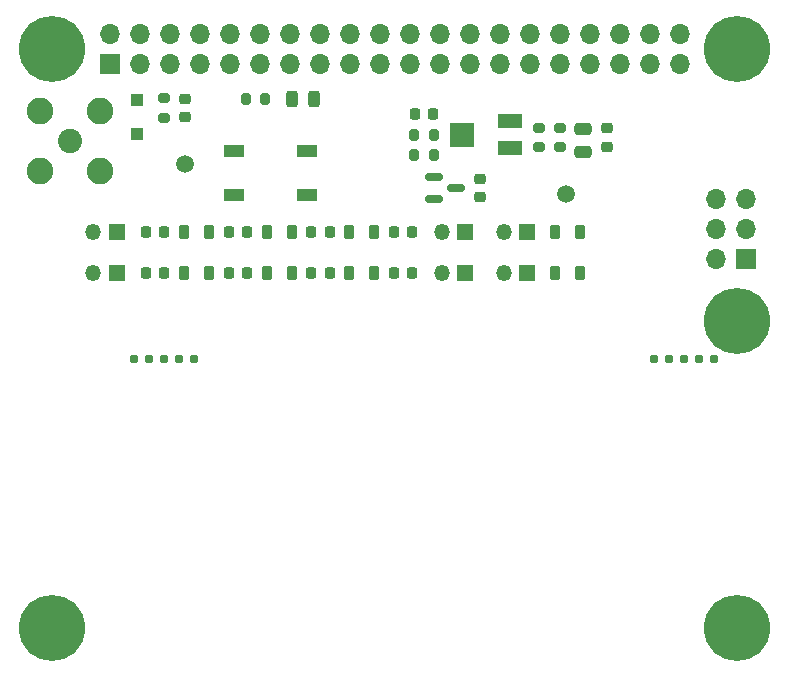
<source format=gbr>
%TF.GenerationSoftware,KiCad,Pcbnew,7.0.9*%
%TF.CreationDate,2024-04-30T18:34:20-07:00*%
%TF.ProjectId,WSPRzero,57535052-7a65-4726-9f2e-6b696361645f,rev?*%
%TF.SameCoordinates,Original*%
%TF.FileFunction,Soldermask,Top*%
%TF.FilePolarity,Negative*%
%FSLAX46Y46*%
G04 Gerber Fmt 4.6, Leading zero omitted, Abs format (unit mm)*
G04 Created by KiCad (PCBNEW 7.0.9) date 2024-04-30 18:34:20*
%MOMM*%
%LPD*%
G01*
G04 APERTURE LIST*
G04 Aperture macros list*
%AMRoundRect*
0 Rectangle with rounded corners*
0 $1 Rounding radius*
0 $2 $3 $4 $5 $6 $7 $8 $9 X,Y pos of 4 corners*
0 Add a 4 corners polygon primitive as box body*
4,1,4,$2,$3,$4,$5,$6,$7,$8,$9,$2,$3,0*
0 Add four circle primitives for the rounded corners*
1,1,$1+$1,$2,$3*
1,1,$1+$1,$4,$5*
1,1,$1+$1,$6,$7*
1,1,$1+$1,$8,$9*
0 Add four rect primitives between the rounded corners*
20,1,$1+$1,$2,$3,$4,$5,0*
20,1,$1+$1,$4,$5,$6,$7,0*
20,1,$1+$1,$6,$7,$8,$9,0*
20,1,$1+$1,$8,$9,$2,$3,0*%
G04 Aperture macros list end*
%ADD10C,5.600000*%
%ADD11RoundRect,0.218750X0.218750X0.381250X-0.218750X0.381250X-0.218750X-0.381250X0.218750X-0.381250X0*%
%ADD12RoundRect,0.200000X0.275000X-0.200000X0.275000X0.200000X-0.275000X0.200000X-0.275000X-0.200000X0*%
%ADD13R,1.350000X1.350000*%
%ADD14O,1.350000X1.350000*%
%ADD15RoundRect,0.225000X-0.250000X0.225000X-0.250000X-0.225000X0.250000X-0.225000X0.250000X0.225000X0*%
%ADD16C,0.787400*%
%ADD17RoundRect,0.225000X0.225000X0.250000X-0.225000X0.250000X-0.225000X-0.250000X0.225000X-0.250000X0*%
%ADD18RoundRect,0.200000X-0.200000X-0.275000X0.200000X-0.275000X0.200000X0.275000X-0.200000X0.275000X0*%
%ADD19C,1.500000*%
%ADD20C,2.050000*%
%ADD21C,2.250000*%
%ADD22RoundRect,0.200000X-0.275000X0.200000X-0.275000X-0.200000X0.275000X-0.200000X0.275000X0.200000X0*%
%ADD23RoundRect,0.225000X0.250000X-0.225000X0.250000X0.225000X-0.250000X0.225000X-0.250000X-0.225000X0*%
%ADD24RoundRect,0.150000X-0.587500X-0.150000X0.587500X-0.150000X0.587500X0.150000X-0.587500X0.150000X0*%
%ADD25R,1.100000X1.100000*%
%ADD26R,2.000000X1.300000*%
%ADD27R,2.000000X2.000000*%
%ADD28RoundRect,0.243750X0.243750X0.456250X-0.243750X0.456250X-0.243750X-0.456250X0.243750X-0.456250X0*%
%ADD29RoundRect,0.200000X0.200000X0.275000X-0.200000X0.275000X-0.200000X-0.275000X0.200000X-0.275000X0*%
%ADD30R,1.700000X1.700000*%
%ADD31O,1.700000X1.700000*%
%ADD32RoundRect,0.250000X-0.475000X0.250000X-0.475000X-0.250000X0.475000X-0.250000X0.475000X0.250000X0*%
%ADD33R,1.800000X1.100000*%
G04 APERTURE END LIST*
D10*
%TO.C,H3*%
X111500000Y-76500000D03*
%TD*%
D11*
%TO.C,L12*%
X73812500Y-72500000D03*
X71687500Y-72500000D03*
%TD*%
D12*
%TO.C,R2*%
X94750000Y-61825000D03*
X94750000Y-60175000D03*
%TD*%
D13*
%TO.C,J4*%
X93750000Y-69000000D03*
D14*
X91750000Y-69000000D03*
%TD*%
D15*
%TO.C,C1*%
X100500000Y-60225000D03*
X100500000Y-61775000D03*
%TD*%
D11*
%TO.C,L16*%
X66812500Y-69000000D03*
X64687500Y-69000000D03*
%TD*%
D16*
%TO.C,H6*%
X104460000Y-79746000D03*
X105730000Y-79746000D03*
X107000000Y-79746000D03*
X108270000Y-79746000D03*
X109540000Y-79746000D03*
%TD*%
D15*
%TO.C,C7*%
X89750000Y-64475000D03*
X89750000Y-66025000D03*
%TD*%
D13*
%TO.C,J9*%
X59000000Y-69000000D03*
D14*
X57000000Y-69000000D03*
%TD*%
D16*
%TO.C,H7*%
X60460000Y-79746000D03*
X61730000Y-79746000D03*
X63000000Y-79746000D03*
X64270000Y-79746000D03*
X65540000Y-79746000D03*
%TD*%
D17*
%TO.C,C14*%
X84025000Y-72500000D03*
X82475000Y-72500000D03*
%TD*%
D18*
%TO.C,R6*%
X84175000Y-62500000D03*
X85825000Y-62500000D03*
%TD*%
D13*
%TO.C,J1*%
X93750000Y-72500000D03*
D14*
X91750000Y-72500000D03*
%TD*%
D13*
%TO.C,J7*%
X88500000Y-69000000D03*
D14*
X86500000Y-69000000D03*
%TD*%
D11*
%TO.C,L14*%
X80812500Y-69000000D03*
X78687500Y-69000000D03*
%TD*%
D17*
%TO.C,C20*%
X70025000Y-69000000D03*
X68475000Y-69000000D03*
%TD*%
D19*
%TO.C,TP1*%
X97000000Y-65750000D03*
%TD*%
D20*
%TO.C,J3*%
X55000000Y-61250000D03*
D21*
X57540000Y-58710000D03*
X52460000Y-58710000D03*
X57540000Y-63790000D03*
X52460000Y-63790000D03*
%TD*%
D10*
%TO.C,H2*%
X111500000Y-53500000D03*
%TD*%
D22*
%TO.C,R1*%
X96500000Y-60175000D03*
X96500000Y-61825000D03*
%TD*%
D10*
%TO.C,H1*%
X53500000Y-53500000D03*
%TD*%
D23*
%TO.C,C13*%
X64750000Y-57725000D03*
X64750000Y-59275000D03*
%TD*%
D24*
%TO.C,Q1*%
X85812500Y-64300000D03*
X85812500Y-66200000D03*
X87687500Y-65250000D03*
%TD*%
D11*
%TO.C,L11*%
X80812500Y-72500000D03*
X78687500Y-72500000D03*
%TD*%
D10*
%TO.C,H5*%
X53500000Y-102500000D03*
%TD*%
D11*
%TO.C,L13*%
X66812500Y-72500000D03*
X64687500Y-72500000D03*
%TD*%
D10*
%TO.C,H4*%
X111500000Y-102500000D03*
%TD*%
D25*
%TO.C,D1*%
X60750000Y-57850000D03*
X60750000Y-60650000D03*
%TD*%
D17*
%TO.C,C8*%
X85775000Y-59000000D03*
X84225000Y-59000000D03*
%TD*%
D22*
%TO.C,R7*%
X63000000Y-57675000D03*
X63000000Y-59325000D03*
%TD*%
D26*
%TO.C,R3*%
X92250000Y-61900000D03*
D27*
X88250000Y-60750000D03*
D26*
X92250000Y-59600000D03*
%TD*%
D13*
%TO.C,J5*%
X88500000Y-72500000D03*
D14*
X86500000Y-72500000D03*
%TD*%
D19*
%TO.C,TP3*%
X64750000Y-63250000D03*
%TD*%
D17*
%TO.C,C21*%
X63025000Y-68999999D03*
X61475000Y-68999999D03*
%TD*%
D28*
%TO.C,LED1*%
X75687500Y-57750000D03*
X73812500Y-57750000D03*
%TD*%
D29*
%TO.C,R5*%
X85825000Y-60750000D03*
X84175000Y-60750000D03*
%TD*%
D11*
%TO.C,L2*%
X98250000Y-72500000D03*
X96125000Y-72500000D03*
%TD*%
D29*
%TO.C,R4*%
X71575000Y-57750000D03*
X69925000Y-57750000D03*
%TD*%
D17*
%TO.C,C17*%
X63025000Y-72500000D03*
X61475000Y-72500000D03*
%TD*%
D30*
%TO.C,J6*%
X112275000Y-71275000D03*
D31*
X109735000Y-71275000D03*
X112275000Y-68735000D03*
X109735000Y-68735000D03*
X112275000Y-66195000D03*
X109735000Y-66195000D03*
%TD*%
D32*
%TO.C,C2*%
X98500000Y-60300000D03*
X98500000Y-62200000D03*
%TD*%
D17*
%TO.C,C18*%
X84025000Y-69000000D03*
X82475000Y-69000000D03*
%TD*%
D33*
%TO.C,SW1*%
X68900000Y-62150000D03*
X75100000Y-62150000D03*
X68900000Y-65850000D03*
X75100000Y-65850000D03*
%TD*%
D11*
%TO.C,L3*%
X98250000Y-69000000D03*
X96125000Y-69000000D03*
%TD*%
%TO.C,L15*%
X73812500Y-69000000D03*
X71687500Y-69000000D03*
%TD*%
D13*
%TO.C,J8*%
X59000000Y-72500000D03*
D14*
X57000000Y-72500000D03*
%TD*%
D17*
%TO.C,C19*%
X77025000Y-68999999D03*
X75475000Y-68999999D03*
%TD*%
%TO.C,C15*%
X77025000Y-72500000D03*
X75475000Y-72500000D03*
%TD*%
%TO.C,C16*%
X70025000Y-72500000D03*
X68475000Y-72500000D03*
%TD*%
D30*
%TO.C,J2*%
X58400000Y-54790000D03*
D31*
X58400000Y-52250000D03*
X60940000Y-54790000D03*
X60940000Y-52250000D03*
X63480000Y-54790000D03*
X63480000Y-52250000D03*
X66020000Y-54790000D03*
X66020000Y-52250000D03*
X68560000Y-54790000D03*
X68560000Y-52250000D03*
X71100000Y-54790000D03*
X71100000Y-52250000D03*
X73640000Y-54790000D03*
X73640000Y-52250000D03*
X76180000Y-54790000D03*
X76180000Y-52250000D03*
X78720000Y-54790000D03*
X78720000Y-52250000D03*
X81260000Y-54790000D03*
X81260000Y-52250000D03*
X83800000Y-54790000D03*
X83800000Y-52250000D03*
X86340000Y-54790000D03*
X86340000Y-52250000D03*
X88880000Y-54790000D03*
X88880000Y-52250000D03*
X91420000Y-54790000D03*
X91420000Y-52250000D03*
X93960000Y-54790000D03*
X93960000Y-52250000D03*
X96500000Y-54790000D03*
X96500000Y-52250000D03*
X99040000Y-54790000D03*
X99040000Y-52250000D03*
X101580000Y-54790000D03*
X101580000Y-52250000D03*
X104120000Y-54790000D03*
X104120000Y-52250000D03*
X106660000Y-54790000D03*
X106660000Y-52250000D03*
%TD*%
M02*

</source>
